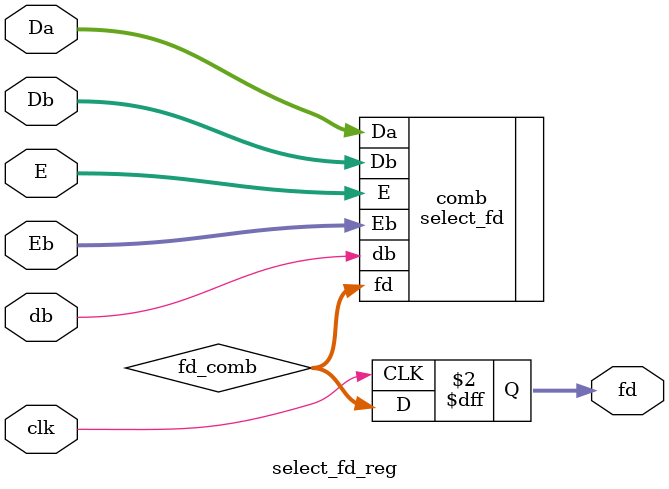
<source format=sv>
module select_fd_reg(
    input  clk,
    input  [57:0]  Da,
    input  [57:0]  Db,
    input  [114:0] Eb,
    input  [54:0]  E,
    input          db,
    output reg [56:0] fd
);
wire [56:0] fd_comb;
select_fd comb (.Da(Da), .Db(Db), .Eb(Eb), .E(E), .db(db), .fd(fd_comb));
    
always @(posedge clk) begin
    fd <= fd_comb;
end

endmodule

</source>
